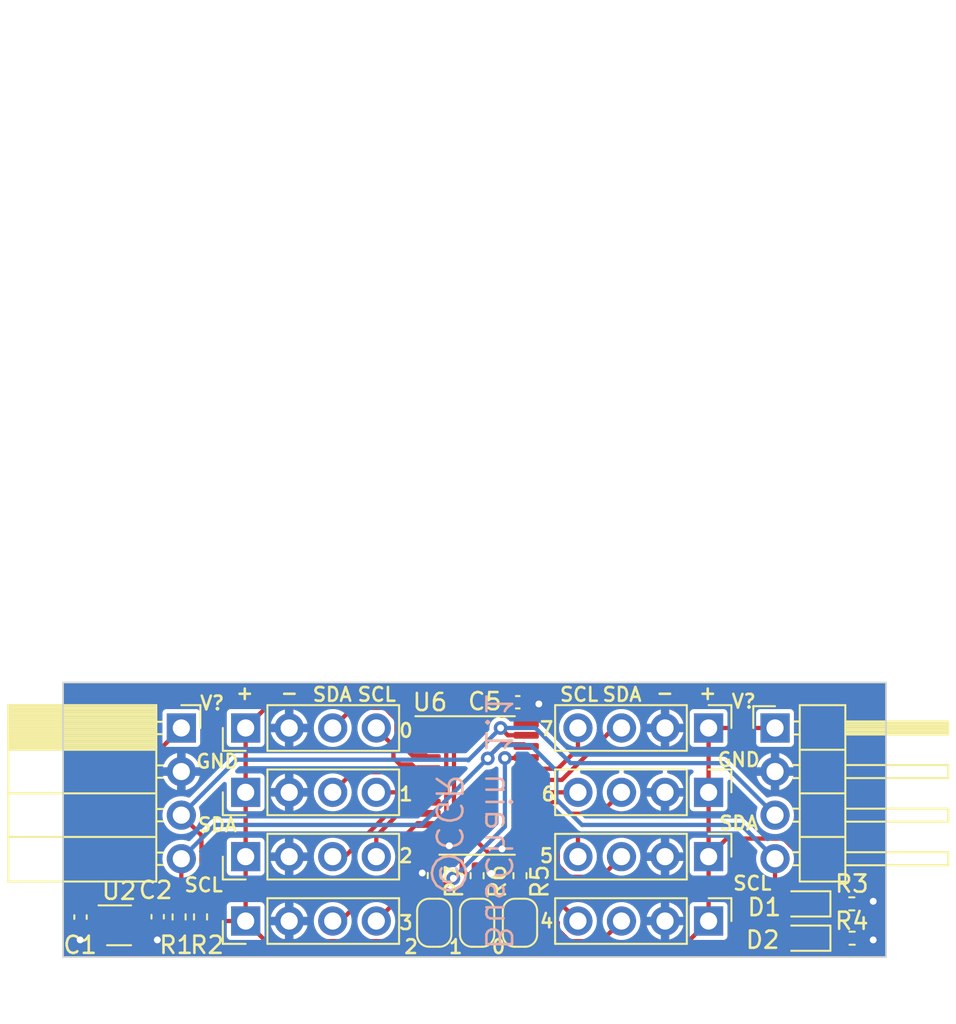
<source format=kicad_pcb>
(kicad_pcb (version 20221018) (generator pcbnew)
  (layers (0 "F.Cu" signal) (31 "B.Cu" signal) (34 "B.Paste" user) (35 "F.Paste" user) (36 "B.SilkS" user "B.Silkscreen") (37 "F.SilkS" user "F.Silkscreen") (38 "B.Mask" user) (39 "F.Mask" user) (44 "Edge.Cuts" user))
  (net 0 "")
  (net 1 "GND")
  (net 2 "/SC0")
  (net 3 "/SD0")
  (net 4 "/SC1")
  (net 5 "/SD1")
  (net 6 "/SC2")
  (net 7 "/SD2")
  (net 8 "/SC3")
  (net 9 "/SD3")
  (net 10 "/SC4")
  (net 11 "/SD4")
  (net 12 "/SC5")
  (net 13 "/SD5")
  (net 14 "/SC6")
  (net 15 "/SD6")
  (net 16 "/SC7")
  (net 17 "/SD7")
  (net 18 "Net-(JP1-B)")
  (net 19 "Net-(JP2-B)")
  (net 20 "Net-(JP3-B)")
  (net 21 "/V?")
  (net 23 "/VCC")
  (net 24 "/SCL")
  (net 25 "/SDA")
  (net 26 "Net-(D1-K)")
  (net 27 "Net-(D2-K)")
  (footprint "Connector_PinHeader_2.54mm:PinHeader_1x04_P2.54mm_Vertical" (layer "F.Cu") (at 57.65 29.65 -90)
    (fp_text reference "J7" hide)
    (fp_text value "Conn_01x04")
    (pad "1" thru_hole rect (at 0 0 270) (size 1.7 1.7) (drill 1) (layers "*.Cu" "*.Mask") (net 23 "/VCC"))
    (pad "2" thru_hole oval (at 0 2.54 270) (size 1.7 1.7) (drill 1) (layers "*.Cu" "*.Mask") (net 1 "GND"))
    (pad "3" thru_hole oval (at 0 5.08 270) (size 1.7 1.7) (drill 1) (layers "*.Cu" "*.Mask") (net 13 "/SD5"))
    (pad "4" thru_hole oval (at 0 7.62 270) (size 1.7 1.7) (drill 1) (layers "*.Cu" "*.Mask") (net 12 "/SC5"))
  )
  (footprint "Jumper:SolderJumper-2_P1.3mm_Open_RoundedPad1.0x1.5mm" (layer "F.Cu") (at 41.65 33.5 90)
    (fp_text reference "JP1" hide)
    (fp_text value "Jumper_2_Open")
    (pad "1" smd custom (at -0.65 0 90) (size 1 0.5) (layers "F.Cu" "F.Mask") (net 23 "/VCC") (options (clearance outline) (anchor rect)) (primitives (gr_circle (center 0 0.25) (end 0.5 0.25) (width 0) (fill yes)) (gr_circle (center 0 -0.25) (end 0.5 -0.25) (width 0) (fill yes)) (gr_poly (pts (xy 0.5 0.75) (xy 0 0.75) (xy 0 -0.75) (xy 0.5 -0.75)) (width 0) (fill yes))))
    (pad "2" smd custom (at 0.65 0 90) (size 1 0.5) (layers "F.Cu" "F.Mask") (net 18 "Net-(JP1-B)") (options (clearance outline) (anchor rect)) (primitives (gr_circle (center 0 0.25) (end 0.5 0.25) (width 0) (fill yes)) (gr_circle (center 0 -0.25) (end 0.5 -0.25) (width 0) (fill yes)) (gr_poly (pts (xy 0 0.75) (xy -0.5 0.75) (xy -0.5 -0.75) (xy 0 -0.75)) (width 0) (fill yes))))
  )
  (footprint "Connector_PinHeader_2.54mm:PinHeader_1x04_P2.54mm_Vertical" (layer "F.Cu") (at 30.65 29.65 90)
    (fp_text reference "J4" hide)
    (fp_text value "Conn_01x04")
    (pad "1" thru_hole rect (at 0 0 90) (size 1.7 1.7) (drill 1) (layers "*.Cu" "*.Mask") (net 23 "/VCC"))
    (pad "2" thru_hole oval (at 0 2.54 90) (size 1.7 1.7) (drill 1) (layers "*.Cu" "*.Mask") (net 1 "GND"))
    (pad "3" thru_hole oval (at 0 5.08 90) (size 1.7 1.7) (drill 1) (layers "*.Cu" "*.Mask") (net 7 "/SD2"))
    (pad "4" thru_hole oval (at 0 7.62 90) (size 1.7 1.7) (drill 1) (layers "*.Cu" "*.Mask") (net 6 "/SC2"))
  )
  (footprint "Connector_PinHeader_2.54mm:PinHeader_1x04_P2.54mm_Vertical" (layer "F.Cu") (at 30.65 33.4 90)
    (fp_text reference "J5" hide)
    (fp_text value "Conn_01x04")
    (pad "1" thru_hole rect (at 0 0 90) (size 1.7 1.7) (drill 1) (layers "*.Cu" "*.Mask") (net 23 "/VCC"))
    (pad "2" thru_hole oval (at 0 2.54 90) (size 1.7 1.7) (drill 1) (layers "*.Cu" "*.Mask") (net 1 "GND"))
    (pad "3" thru_hole oval (at 0 5.08 90) (size 1.7 1.7) (drill 1) (layers "*.Cu" "*.Mask") (net 9 "/SD3"))
    (pad "4" thru_hole oval (at 0 7.62 90) (size 1.7 1.7) (drill 1) (layers "*.Cu" "*.Mask") (net 8 "/SC3"))
  )
  (footprint "Resistor_SMD:R_0402_1005Metric" (layer "F.Cu") (at 28.02 33.16 90)
    (fp_text reference "R2" (at -1.64 0.38 180) (layer "F.SilkS"))
    (fp_text value "1.2K")
    (pad "1" smd roundrect (at -0.51 0 90) (size 0.54 0.64) (layers "F.Cu" "F.Paste" "F.Mask") (net 23 "/VCC"))
    (pad "2" smd roundrect (at 0.51 0 90) (size 0.54 0.64) (layers "F.Cu" "F.Paste" "F.Mask") (net 25 "/SDA"))
  )
  (footprint "Resistor_SMD:R_0402_1005Metric" (layer "F.Cu") (at 66.0025 32.4)
    (fp_text reference "R3" (at 0 -1.17) (layer "F.SilkS"))
    (fp_text value "500")
    (pad "1" smd roundrect (at -0.51 0) (size 0.54 0.64) (layers "F.Cu" "F.Paste" "F.Mask") (net 26 "Net-(D1-K)"))
    (pad "2" smd roundrect (at 0.51 0) (size 0.54 0.64) (layers "F.Cu" "F.Paste" "F.Mask") (net 1 "GND"))
  )
  (footprint "Connector_PinHeader_2.54mm:PinHeader_1x04_P2.54mm_Vertical" (layer "F.Cu") (at 57.65 25.9 -90)
    (fp_text reference "J8" hide)
    (fp_text value "Conn_01x04")
    (pad "1" thru_hole rect (at 0 0 270) (size 1.7 1.7) (drill 1) (layers "*.Cu" "*.Mask") (net 23 "/VCC"))
    (pad "2" thru_hole oval (at 0 2.54 270) (size 1.7 1.7) (drill 1) (layers "*.Cu" "*.Mask") (net 1 "GND"))
    (pad "3" thru_hole oval (at 0 5.08 270) (size 1.7 1.7) (drill 1) (layers "*.Cu" "*.Mask") (net 15 "/SD6"))
    (pad "4" thru_hole oval (at 0 7.62 270) (size 1.7 1.7) (drill 1) (layers "*.Cu" "*.Mask") (net 14 "/SC6"))
  )
  (footprint "Package_TO_SOT_SMD:SOT-353_SC-70-5" (layer "F.Cu") (at 23.27 33.65)
    (fp_text reference "U2" (at 0 -2) (layer "F.SilkS"))
    (fp_text value "MIC5365-3.3YC5")
    (pad "1" smd rect (at -0.95 -0.65) (size 0.65 0.4) (layers "F.Cu" "F.Paste" "F.Mask") (net 21 "/V?"))
    (pad "2" smd rect (at -0.95 0) (size 0.65 0.4) (layers "F.Cu" "F.Paste" "F.Mask") (net 1 "GND"))
    (pad "3" smd rect (at -0.95 0.65) (size 0.65 0.4) (layers "F.Cu" "F.Paste" "F.Mask") (net 21 "/V?"))
    (pad "4" smd rect (at 0.95 0.65) (size 0.65 0.4) (layers "F.Cu" "F.Paste" "F.Mask"))
    (pad "5" smd rect (at 0.95 -0.65) (size 0.65 0.4) (layers "F.Cu" "F.Paste" "F.Mask") (net 23 "/VCC"))
  )
  (footprint "Capacitor_SMD:C_0402_1005Metric" (layer "F.Cu") (at 46.52 20.65 180)
    (fp_text reference "C5" (at 1.92 0.05) (layer "F.SilkS"))
    (fp_text value "0.1u")
    (pad "1" smd roundrect (at -0.48 0 180) (size 0.56 0.62) (layers "F.Cu" "F.Paste" "F.Mask") (net 1 "GND"))
    (pad "2" smd roundrect (at 0.48 0 180) (size 0.56 0.62) (layers "F.Cu" "F.Paste" "F.Mask") (net 23 "/VCC"))
  )
  (footprint "Resistor_SMD:R_0402_1005Metric" (layer "F.Cu") (at 46.65 30.76 -90)
    (fp_text reference "R5" (at 0.34 -1.15 90) (layer "F.SilkS"))
    (fp_text value "10K")
    (pad "1" smd roundrect (at -0.51 0 270) (size 0.54 0.64) (layers "F.Cu" "F.Paste" "F.Mask") (net 1 "GND"))
    (pad "2" smd roundrect (at 0.51 0 270) (size 0.54 0.64) (layers "F.Cu" "F.Paste" "F.Mask") (net 20 "Net-(JP3-B)"))
  )
  (footprint "Connector_PinHeader_2.54mm:PinHeader_1x04_P2.54mm_Vertical" (layer "F.Cu") (at 30.65 22.15 90)
    (fp_text reference "J2" hide)
    (fp_text value "Conn_01x04")
    (pad "1" thru_hole rect (at 0 0 90) (size 1.7 1.7) (drill 1) (layers "*.Cu" "*.Mask") (net 23 "/VCC"))
    (pad "2" thru_hole oval (at 0 2.54 90) (size 1.7 1.7) (drill 1) (layers "*.Cu" "*.Mask") (net 1 "GND"))
    (pad "3" thru_hole oval (at 0 5.08 90) (size 1.7 1.7) (drill 1) (layers "*.Cu" "*.Mask") (net 3 "/SD0"))
    (pad "4" thru_hole oval (at 0 7.62 90) (size 1.7 1.7) (drill 1) (layers "*.Cu" "*.Mask") (net 2 "/SC0"))
  )
  (footprint "Capacitor_SMD:C_0402_1005Metric" (layer "F.Cu") (at 21.02 33.17 -90)
    (fp_text reference "C1" (at 1.63 0.02 -180) (layer "F.SilkS"))
    (fp_text value "0.1u")
    (pad "1" smd roundrect (at -0.48 0 270) (size 0.56 0.62) (layers "F.Cu" "F.Paste" "F.Mask") (net 21 "/V?"))
    (pad "2" smd roundrect (at 0.48 0 270) (size 0.56 0.62) (layers "F.Cu" "F.Paste" "F.Mask") (net 1 "GND"))
  )
  (footprint "Resistor_SMD:R_0402_1005Metric" (layer "F.Cu") (at 66.02 34.4)
    (fp_text reference "R4" (at -0.02 -1) (layer "F.SilkS"))
    (fp_text value "500")
    (pad "1" smd roundrect (at -0.51 0) (size 0.54 0.64) (layers "F.Cu" "F.Paste" "F.Mask") (net 27 "Net-(D2-K)"))
    (pad "2" smd roundrect (at 0.51 0) (size 0.54 0.64) (layers "F.Cu" "F.Paste" "F.Mask") (net 1 "GND"))
  )
  (footprint "Jumper:SolderJumper-2_P1.3mm_Open_RoundedPad1.0x1.5mm" (layer "F.Cu") (at 46.65 33.5 90)
    (fp_text reference "JP3" hide)
    (fp_text value "Jumper_2_Open")
    (pad "1" smd custom (at -0.65 0 90) (size 1 0.5) (layers "F.Cu" "F.Mask") (net 23 "/VCC") (options (clearance outline) (anchor rect)) (primitives (gr_circle (center 0 0.25) (end 0.5 0.25) (width 0) (fill yes)) (gr_circle (center 0 -0.25) (end 0.5 -0.25) (width 0) (fill yes)) (gr_poly (pts (xy 0.5 0.75) (xy 0 0.75) (xy 0 -0.75) (xy 0.5 -0.75)) (width 0) (fill yes))))
    (pad "2" smd custom (at 0.65 0 90) (size 1 0.5) (layers "F.Cu" "F.Mask") (net 20 "Net-(JP3-B)") (options (clearance outline) (anchor rect)) (primitives (gr_circle (center 0 0.25) (end 0.5 0.25) (width 0) (fill yes)) (gr_circle (center 0 -0.25) (end 0.5 -0.25) (width 0) (fill yes)) (gr_poly (pts (xy 0 0.75) (xy -0.5 0.75) (xy -0.5 -0.75) (xy 0 -0.75)) (width 0) (fill yes))))
  )
  (footprint "Resistor_SMD:R_0402_1005Metric" (layer "F.Cu") (at 44.15 30.76 -90)
    (fp_text reference "R6" (at 0.34 -1.17 90) (layer "F.SilkS"))
    (fp_text value "10K")
    (pad "1" smd roundrect (at -0.51 0 270) (size 0.54 0.64) (layers "F.Cu" "F.Paste" "F.Mask") (net 1 "GND"))
    (pad "2" smd roundrect (at 0.51 0 270) (size 0.54 0.64) (layers "F.Cu" "F.Paste" "F.Mask") (net 19 "Net-(JP2-B)"))
  )
  (footprint "Connector_PinSocket_2.54mm:PinSocket_1x04_P2.54mm_Horizontal" (layer "F.Cu") (at 26.9 22.15)
    (fp_text reference "J1" hide)
    (fp_text value "Conn_01x04")
    (pad "1" thru_hole rect (at 0 0) (size 1.7 1.7) (drill 1) (layers "*.Cu" "*.Mask") (net 21 "/V?"))
    (pad "2" thru_hole oval (at 0 2.54) (size 1.7 1.7) (drill 1) (layers "*.Cu" "*.Mask") (net 1 "GND"))
    (pad "3" thru_hole oval (at 0 5.08) (size 1.7 1.7) (drill 1) (layers "*.Cu" "*.Mask") (net 25 "/SDA"))
    (pad "4" thru_hole oval (at 0 7.62) (size 1.7 1.7) (drill 1) (layers "*.Cu" "*.Mask") (net 24 "/SCL"))
  )
  (footprint "Capacitor_SMD:C_0402_1005Metric" (layer "F.Cu") (at 25.52 33.15 -90)
    (fp_text reference "C2" (at -1.55 0.12 -180) (layer "F.SilkS"))
    (fp_text value "0.1u")
    (pad "1" smd roundrect (at -0.48 0 270) (size 0.56 0.62) (layers "F.Cu" "F.Paste" "F.Mask") (net 23 "/VCC"))
    (pad "2" smd roundrect (at 0.48 0 270) (size 0.56 0.62) (layers "F.Cu" "F.Paste" "F.Mask") (net 1 "GND"))
  )
  (footprint "Connector_PinHeader_2.54mm:PinHeader_1x04_P2.54mm_Vertical" (layer "F.Cu") (at 57.65 22.15 -90)
    (fp_text reference "J9" hide)
    (fp_text value "Conn_01x04")
    (pad "1" thru_hole rect (at 0 0 270) (size 1.7 1.7) (drill 1) (layers "*.Cu" "*.Mask") (net 23 "/VCC"))
    (pad "2" thru_hole oval (at 0 2.54 270) (size 1.7 1.7) (drill 1) (layers "*.Cu" "*.Mask") (net 1 "GND"))
    (pad "3" thru_hole oval (at 0 5.08 270) (size 1.7 1.7) (drill 1) (layers "*.Cu" "*.Mask") (net 17 "/SD7"))
    (pad "4" thru_hole oval (at 0 7.62 270) (size 1.7 1.7) (drill 1) (layers "*.Cu" "*.Mask") (net 16 "/SC7"))
  )
  (footprint "Resistor_SMD:R_0402_1005Metric" (layer "F.Cu") (at 26.77 33.16 90)
    (fp_text reference "R1" (at -1.64 -0.17 180) (layer "F.SilkS"))
    (fp_text value "1.2K")
    (pad "1" smd roundrect (at -0.51 0 90) (size 0.54 0.64) (layers "F.Cu" "F.Paste" "F.Mask") (net 23 "/VCC"))
    (pad "2" smd roundrect (at 0.51 0 90) (size 0.54 0.64) (layers "F.Cu" "F.Paste" "F.Mask") (net 24 "/SCL"))
  )
  (footprint "LED_SMD:LED_0603_1608Metric" (layer "F.Cu") (at 63.27 34.4 180)
    (fp_text reference "D2" (at 2.47 -0.1) (layer "F.SilkS"))
    (fp_text value "LED")
    (pad "1" smd roundrect (at -0.7875 0 180) (size 0.875 0.95) (layers "F.Cu" "F.Paste" "F.Mask") (net 27 "Net-(D2-K)"))
    (pad "2" smd roundrect (at 0.7875 0 180) (size 0.875 0.95) (layers "F.Cu" "F.Paste" "F.Mask") (net 24 "/SCL"))
  )
  (footprint "Connector_PinHeader_2.54mm:PinHeader_1x04_P2.54mm_Vertical" (layer "F.Cu") (at 57.65 33.4 -90)
    (fp_text reference "J6" hide)
    (fp_text value "Conn_01x04")
    (pad "1" thru_hole rect (at 0 0 270) (size 1.7 1.7) (drill 1) (layers "*.Cu" "*.Mask") (net 23 "/VCC"))
    (pad "2" thru_hole oval (at 0 2.54 270) (size 1.7 1.7) (drill 1) (layers "*.Cu" "*.Mask") (net 1 "GND"))
    (pad "3" thru_hole oval (at 0 5.08 270) (size 1.7 1.7) (drill 1) (layers "*.Cu" "*.Mask") (net 11 "/SD4"))
    (pad "4" thru_hole oval (at 0 7.62 270) (size 1.7 1.7) (drill 1) (layers "*.Cu" "*.Mask") (net 10 "/SC4"))
  )
  (footprint "Resistor_SMD:R_0402_1005Metric" (layer "F.Cu") (at 41.65 30.75 -90)
    (fp_text reference "R7" (at 0.35 -1.17 90) (layer "F.SilkS"))
    (fp_text value "10K")
    (pad "1" smd roundrect (at -0.51 0 270) (size 0.54 0.64) (layers "F.Cu" "F.Paste" "F.Mask") (net 1 "GND"))
    (pad "2" smd roundrect (at 0.51 0 270) (size 0.54 0.64) (layers "F.Cu" "F.Paste" "F.Mask") (net 18 "Net-(JP1-B)"))
  )
  (footprint "Connector_PinHeader_2.54mm:PinHeader_1x04_P2.54mm_Horizontal" (layer "F.Cu") (at 61.525 22.15)
    (fp_text reference "J10" hide)
    (fp_text value "Conn_01x04")
    (pad "1" thru_hole rect (at 0 0) (size 1.7 1.7) (drill 1) (layers "*.Cu" "*.Mask") (net 23 "/VCC"))
    (pad "2" thru_hole oval (at 0 2.54) (size 1.7 1.7) (drill 1) (layers "*.Cu" "*.Mask") (net 1 "GND"))
    (pad "3" thru_hole oval (at 0 5.08) (size 1.7 1.7) (drill 1) (layers "*.Cu" "*.Mask") (net 25 "/SDA"))
    (pad "4" thru_hole oval (at 0 7.62) (size 1.7 1.7) (drill 1) (layers "*.Cu" "*.Mask") (net 24 "/SCL"))
  )
  (footprint "LED_SMD:LED_0603_1608Metric" (layer "F.Cu") (at 63.27 32.4 180)
    (fp_text reference "D1" (at 2.37 -0.2) (layer "F.SilkS"))
    (fp_text value "LED")
    (pad "1" smd roundrect (at -0.7875 0 180) (size 0.875 0.95) (layers "F.Cu" "F.Paste" "F.Mask") (net 26 "Net-(D1-K)"))
    (pad "2" smd roundrect (at 0.7875 0 180) (size 0.875 0.95) (layers "F.Cu" "F.Paste" "F.Mask") (net 23 "/VCC"))
  )
  (footprint "Jumper:SolderJumper-2_P1.3mm_Open_RoundedPad1.0x1.5mm" (layer "F.Cu") (at 44.15 33.5 90)
    (fp_text reference "JP2" hide)
    (fp_text value "Jumper_2_Open")
    (pad "1" smd custom (at -0.65 0 90) (size 1 0.5) (layers "F.Cu" "F.Mask") (net 23 "/VCC") (options (clearance outline) (anchor rect)) (primitives (gr_circle (center 0 0.25) (end 0.5 0.25) (width 0) (fill yes)) (gr_circle (center 0 -0.25) (end 0.5 -0.25) (width 0) (fill yes)) (gr_poly (pts (xy 0.5 0.75) (xy 0 0.75) (xy 0 -0.75) (xy 0.5 -0.75)) (width 0) (fill yes))))
    (pad "2" smd custom (at 0.65 0 90) (size 1 0.5) (layers "F.Cu" "F.Mask") (net 19 "Net-(JP2-B)") (options (clearance outline) (anchor rect)) (primitives (gr_circle (center 0 0.25) (end 0.5 0.25) (width 0) (fill yes)) (gr_circle (center 0 -0.25) (end 0.5 -0.25) (width 0) (fill yes)) (gr_poly (pts (xy 0 0.75) (xy -0.5 0.75) (xy -0.5 -0.75) (xy 0 -0.75)) (width 0) (fill yes))))
  )
  (footprint "Package_SO:TSSOP-24_4.4x7.8mm_P0.65mm" (layer "F.Cu") (at 44.15 25.5)
    (fp_text reference "U6" (at -2.75 -4.85) (layer "F.SilkS"))
    (fp_text value "TCA9548BPWR")
    (pad "1" smd roundrect (at -2.8625 -3.575) (size 1.475 0.4) (layers "F.Cu" "F.Paste" "F.Mask") (net 20 "Net-(JP3-B)"))
    (pad "2" smd roundrect (at -2.8625 -2.925) (size 1.475 0.4) (layers "F.Cu" "F.Paste" "F.Mask") (net 19 "Net-(JP2-B)"))
    (pad "3" smd roundrect (at -2.8625 -2.275) (size 1.475 0.4) (layers "F.Cu" "F.Paste" "F.Mask") (net 23 "/VCC"))
    (pad "4" smd roundrect (at -2.8625 -1.625) (size 1.475 0.4) (layers "F.Cu" "F.Paste" "F.Mask") (net 3 "/SD0"))
    (pad "5" smd roundrect (at -2.8625 -0.975) (size 1.475 0.4) (layers "F.Cu" "F.Paste" "F.Mask") (net 2 "/SC0"))
    (pad "6" smd roundrect (at -2.8625 -0.325) (size 1.475 0.4) (layers "F.Cu" "F.Paste" "F.Mask") (net 5 "/SD1"))
    (pad "7" smd roundrect (at -2.8625 0.325) (size 1.475 0.4) (layers "F.Cu" "F.Paste" "F.Mask") (net 4 "/SC1"))
    (pad "8" smd roundrect (at -2.8625 0.975) (size 1.475 0.4) (layers "F.Cu" "F.Paste" "F.Mask") (net 7 "/SD2"))
    (pad "9" smd roundrect (at -2.8625 1.625) (size 1.475 0.4) (layers "F.Cu" "F.Paste" "F.Mask") (net 6 "/SC2"))
    (pad "10" smd roundrect (at -2.8625 2.275) (size 1.475 0.4) (layers "F.Cu" "F.Paste" "F.Mask") (net 9 "/SD3"))
    (pad "11" smd roundrect (at -2.8625 2.925) (size 1.475 0.4) (layers "F.Cu" "F.Paste" "F.Mask") (net 8 "/SC3"))
    (pad "12" smd roundrect (at -2.8625 3.575) (size 1.475 0.4) (layers "F.Cu" "F.Paste" "F.Mask") (net 1 "GND"))
    (pad "13" smd roundrect (at 2.8625 3.575) (size 1.475 0.4) (layers "F.Cu" "F.Paste" "F.Mask") (net 11 "/SD4"))
    (pad "14" smd roundrect (at 2.8625 2.925) (size 1.475 0.4) (layers "F.Cu" "F.Paste" "F.Mask") (net 10 "/SC4"))
    (pad "15" smd roundrect (at 2.8625 2.275) (size 1.475 0.4) (layers "F.Cu" "F.Paste" "F.Mask") (net 13 "/SD5"))
    (pad "16" smd roundrect (at 2.8625 1.625) (size 1.475 0.4) (layers "F.Cu" "F.Paste" "F.Mask") (net 12 "/SC5"))
    (pad "17" smd roundrect (at 2.8625 0.975) (size 1.475 0.4) (layers "F.Cu" "F.Paste" "F.Mask") (net 15 "/SD6"))
    (pad "18" smd roundrect (at 2.8625 0.325) (size 1.475 0.4) (layers "F.Cu" "F.Paste" "F.Mask") (net 14 "/SC6"))
    (pad "19" smd roundrect (at 2.8625 -0.325) (size 1.475 0.4) (layers "F.Cu" "F.Paste" "F.Mask") (net 17 "/SD7"))
    (pad "20" smd roundrect (at 2.8625 -0.975) (size 1.475 0.4) (layers "F.Cu" "F.Paste" "F.Mask") (net 16 "/SC7"))
    (pad "21" smd roundrect (at 2.8625 -1.625) (size 1.475 0.4) (layers "F.Cu" "F.Paste" "F.Mask") (net 18 "Net-(JP1-B)"))
    (pad "22" smd roundrect (at 2.8625 -2.275) (size 1.475 0.4) (layers "F.Cu" "F.Paste" "F.Mask") (net 24 "/SCL"))
    (pad "23" smd roundrect (at 2.8625 -2.925) (size 1.475 0.4) (layers "F.Cu" "F.Paste" "F.Mask") (net 25 "/SDA"))
    (pad "24" smd roundrect (at 2.8625 -3.575) (size 1.475 0.4) (layers "F.Cu" "F.Paste" "F.Mask") (net 23 "/VCC"))
  )
  (footprint "Connector_PinHeader_2.54mm:PinHeader_1x04_P2.54mm_Vertical" (layer "F.Cu") (at 30.65 25.9 90)
    (fp_text reference "J3" hide)
    (fp_text value "Conn_01x04")
    (pad "1" thru_hole rect (at 0 0 90) (size 1.7 1.7) (drill 1) (layers "*.Cu" "*.Mask") (net 23 "/VCC"))
    (pad "2" thru_hole oval (at 0 2.54 90) (size 1.7 1.7) (drill 1) (layers "*.Cu" "*.Mask") (net 1 "GND"))
    (pad "3" thru_hole oval (at 0 5.08 90) (size 1.7 1.7) (drill 1) (layers "*.Cu" "*.Mask") (net 5 "/SD1"))
    (pad "4" thru_hole oval (at 0 7.62 90) (size 1.7 1.7) (drill 1) (layers "*.Cu" "*.Mask") (net 4 "/SC1"))
  )
  (gr_rect (start 20 19.5) (end 68 35.5) (stroke (width 0.1)) (fill none) (layer "Edge.Cuts"))
  (gr_text "©CGR" (at 41.6 32 -90) (layer "B.SilkS") (effects (font (size 1.5 1.5)) (justify left bottom mirror)))
  (gr_text "BusChain 1.1" (at 44.5 35.2 -90) (layer "B.SilkS") (effects (font (size 1.5 1.5)) (justify left bottom mirror)))
  (gr_text "2" (at 40 29.6) (layer "F.SilkS") (effects (font (size 0.8 0.8))))
  (gr_text "-" (at 33.2 20.1) (layer "F.SilkS") (effects (font (size 0.8 0.8))))
  (gr_text "SCL" (at 50.1 20.2) (layer "F.SilkS") (effects (font (size 0.8 0.8))))
  (gr_text "SCL" (at 28.2 31.3) (layer "F.SilkS") (effects (font (size 0.8 0.8))))
  (gr_text "3" (at 40 33.5) (layer "F.SilkS") (effects (font (size 0.8 0.8))))
  (gr_text "4" (at 48.2 33.4) (layer "F.SilkS") (effects (font (size 0.8 0.8))))
  (gr_text "GND" (at 29 24.1) (layer "F.SilkS") (effects (font (size 0.8 0.8))))
  (gr_text "5" (at 48.2 29.6) (layer "F.SilkS") (effects (font (size 0.8 0.8))))
  (gr_text "V?" (at 28.7 20.7) (layer "F.SilkS") (effects (font (size 0.8 0.8))))
  (gr_text "V?" (at 59.7 20.6) (layer "F.SilkS") (effects (font (size 0.8 0.8))))
  (gr_text "GND" (at 59.4 24) (layer "F.SilkS") (effects (font (size 0.8 0.8))))
  (gr_text "SCL" (at 38.3 20.2) (layer "F.SilkS") (effects (font (size 0.8 0.8))))
  (gr_text "SDA" (at 52.6 20.2) (layer "F.SilkS") (effects (font (size 0.8 0.8))))
  (gr_text "1" (at 40 26) (layer "F.SilkS") (effects (font (size 0.8 0.8))))
  (gr_text "0" (at 40 22.3) (layer "F.SilkS") (effects (font (size 0.8 0.8))))
  (gr_text "SDA" (at 29 27.8) (layer "F.SilkS") (effects (font (size 0.8 0.8))))
  (gr_text "2" (at 40.3 34.9) (layer "F.SilkS") (effects (font (size 0.8 0.8))))
  (gr_text "1" (at 42.9 34.9) (layer "F.SilkS") (effects (font (size 0.8 0.8))))
  (gr_text "SCL" (at 60.2 31.2) (layer "F.SilkS") (effects (font (size 0.8 0.8))))
  (gr_text "SDA" (at 59.4 27.7) (layer "F.SilkS") (effects (font (size 0.8 0.8))))
  (gr_text "6" (at 48.3 26) (layer "F.SilkS") (effects (font (size 0.8 0.8))))
  (gr_text "SDA" (at 35.7 20.2) (layer "F.SilkS") (effects (font (size 0.8 0.8))))
  (gr_text "0" (at 45.4 34.9) (layer "F.SilkS") (effects (font (size 0.8 0.8))))
  (gr_text "+" (at 57.6 20.1) (layer "F.SilkS") (effects (font (size 0.8 0.8))))
  (gr_text "+" (at 30.6 20.1) (layer "F.SilkS") (effects (font (size 0.8 0.8))))
  (gr_text "-" (at 55.1 20.1) (layer "F.SilkS") (effects (font (size 0.8 0.8))))
  (gr_text "7" (at 48.2 22.2) (layer "F.SilkS") (effects (font (size 0.8 0.8))))
  (segment (start 25.52 33.63) (end 25.52 34.48) (width 0.25) (layer "F.Cu") (net 1))
  (segment (start 46.65 30.2454) (end 45.6023 29.1977) (width 0.25) (layer "F.Cu") (net 1))
  (segment (start 66.5125 32.4) (end 67.1 32.4) (width 0.25) (layer "F.Cu") (net 1))
  (segment (start 46.65 30.25) (end 46.65 30.2454) (width 0.25) (layer "F.Cu") (net 1))
  (segment (start 41.2875 29.075) (end 42.465997 29.075) (width 0.25) (layer "F.Cu") (net 1))
  (segment (start 47 20.65) (end 47.65 20.65) (width 0.25) (layer "F.Cu") (net 1))
  (segment (start 41.65 30.24) (end 41.311288 30.24) (width 0.25) (layer "F.Cu") (net 1))
  (segment (start 25.52 34.48) (end 25.5 34.5) (width 0.25) (layer "F.Cu") (net 1))
  (segment (start 66.53 34.4) (end 67.15 34.4) (width 0.25) (layer "F.Cu") (net 1))
  (segment (start 67.15 34.4) (end 67.25 34.5) (width 0.25) (layer "F.Cu") (net 1))
  (segment (start 47.65 20.65) (end 47.75 20.75) (width 0.25) (layer "F.Cu") (net 1))
  (segment (start 42.465997 29.075) (end 42.5255 29.015497) (width 0.25) (layer "F.Cu") (net 1))
  (segment (start 21.02 34.48) (end 21 34.5) (width 0.25) (layer "F.Cu") (net 1))
  (segment (start 44.15 30.25) (end 44.605402 30.25) (width 0.25) (layer "F.Cu") (net 1))
  (segment (start 44.605402 30.25) (end 44.977701 30.622299) (width 0.25) (layer "F.Cu") (net 1))
  (segment (start 22.32 33.65) (end 21.02 33.65) (width 0.25) (layer "F.Cu") (net 1))
  (segment (start 41.311288 30.24) (end 40.9495 30.601788) (width 0.25) (layer "F.Cu") (net 1))
  (segment (start 21.02 33.65) (end 21.02 34.48) (width 0.25) (layer "F.Cu") (net 1))
  (segment (start 67.1 32.4) (end 67.25 32.25) (width 0.25) (layer "F.Cu") (net 1))
  (via (at 45.6023 29.1977) (size 0.8) (drill 0.4) (layers "F.Cu" "B.Cu") (net 1))
  (via (at 47.75 20.75) (size 0.8) (drill 0.4) (layers "F.Cu" "B.Cu") (net 1))
  (via (at 44.977701 30.622299) (size 0.8) (drill 0.4) (layers "F.Cu" "B.Cu") (net 1))
  (via (at 21 34.5) (size 0.8) (drill 0.4) (layers "F.Cu" "B.Cu") (net 1))
  (via (at 67.25 32.25) (size 0.8) (drill 0.4) (layers "F.Cu" "B.Cu") (net 1))
  (via (at 40.9495 30.601788) (size 0.8) (drill 0.4) (layers "F.Cu" "B.Cu") (net 1))
  (via (at 25.5 34.5) (size 0.8) (drill 0.4) (layers "F.Cu" "B.Cu") (net 1))
  (via (at 67.25 34.5) (size 0.8) (drill 0.4) (layers "F.Cu" "B.Cu") (net 1))
  (via (at 42.5255 29.015497) (size 0.8) (drill 0.4) (layers "F.Cu" "B.Cu") (net 1))
  (segment (start 40.335355 24.275) (end 40.585355 24.525) (width 0.25) (layer "F.Cu") (net 2))
  (segment (start 38.27 22.196041) (end 39.27 23.196041) (width 0.25) (layer "F.Cu") (net 2))
  (segment (start 39.645 24.275) (end 40.335355 24.275) (width 0.25) (layer "F.Cu") (net 2))
  (segment (start 38.27 22.15) (end 38.27 22.196041) (width 0.25) (layer "F.Cu") (net 2))
  (segment (start 39.27 23.9) (end 39.645 24.275) (width 0.25) (layer "F.Cu") (net 2))
  (segment (start 39.27 23.196041) (end 39.27 23.9) (width 0.25) (layer "F.Cu") (net 2))
  (segment (start 40.585355 24.525) (end 41.2875 24.525) (width 0.25) (layer "F.Cu") (net 2))
  (segment (start 38.756701 20.975) (end 39.445 21.663299) (width 0.25) (layer "F.Cu") (net 3))
  (segment (start 39.72 23.1) (end 40.37 23.75) (width 0.25) (layer "F.Cu") (net 3))
  (segment (start 36.905 20.975) (end 38.756701 20.975) (width 0.25) (layer "F.Cu") (net 3))
  (segment (start 35.73 22.15) (end 36.905 20.975) (width 0.25) (layer "F.Cu") (net 3))
  (segment (start 40.37 23.75) (end 41.1625 23.75) (width 0.25) (layer "F.Cu") (net 3))
  (segment (start 39.72 22.85) (end 39.72 23.1) (width 0.25) (layer "F.Cu") (net 3))
  (segment (start 39.445 21.663299) (end 39.445 22.575) (width 0.25) (layer "F.Cu") (net 3))
  (segment (start 39.445 22.575) (end 39.72 22.85) (width 0.25) (layer "F.Cu") (net 3))
  (segment (start 41.1625 23.75) (end 41.2875 23.875) (width 0.25) (layer "F.Cu") (net 3))
  (segment (start 41.2125 25.9) (end 41.2875 25.825) (width 0.25) (layer "F.Cu") (net 4))
  (segment (start 38.27 25.9) (end 41.2125 25.9) (width 0.25) (layer "F.Cu") (net 4))
  (segment (start 40.598959 25.175) (end 41.2875 25.175) (width 0.25) (layer "F.Cu") (net 5))
  (segment (start 36.905 24.725) (end 40.148959 24.725) (width 0.25) (layer "F.Cu") (net 5))
  (segment (start 40.148959 24.725) (end 40.598959 25.175) (width 0.25) (layer "F.Cu") (net 5))
  (segment (start 35.73 25.9) (end 36.905 24.725) (width 0.25) (layer "F.Cu") (net 5))
  (segment (start 38.27 28.447919) (end 39.592919 27.125) (width 0.25) (layer "F.Cu") (net 6))
  (segment (start 38.27 29.65) (end 38.27 28.447919) (width 0.25) (layer "F.Cu") (net 6))
  (segment (start 39.592919 27.125) (end 41.2875 27.125) (width 0.25) (layer "F.Cu") (net 6))
  (segment (start 39.606523 26.475) (end 41.2875 26.475) (width 0.25) (layer "F.Cu") (net 7))
  (segment (start 36.431523 29.65) (end 39.606523 26.475) (width 0.25) (layer "F.Cu") (net 7))
  (segment (start 35.73 29.65) (end 36.431523 29.65) (width 0.25) (layer "F.Cu") (net 7))
  (segment (start 40.225 31.445) (end 40.225 28.798959) (width 0.25) (layer "F.Cu") (net 8))
  (segment (start 40.225 28.798959) (end 40.598959 28.425) (width 0.25) (layer "F.Cu") (net 8))
  (segment (start 38.27 33.4) (end 40.225 31.445) (width 0.25) (layer "F.Cu") (net 8))
  (segment (start 40.598959 28.425) (end 41.2875 28.425) (width 0.25) (layer "F.Cu") (net 8))
  (segment (start 40.598959 27.775) (end 41.2875 27.775) (width 0.25) (layer "F.Cu") (net 9))
  (segment (start 39.775 28.598959) (end 40.598959 27.775) (width 0.25) (layer "F.Cu") (net 9))
  (segment (start 36.181701 33.4) (end 39.775 29.806701) (width 0.25) (layer "F.Cu") (net 9))
  (segment (start 39.775 29.806701) (end 39.775 28.598959) (width 0.25) (layer "F.Cu") (net 9))
  (segment (start 35.73 33.4) (end 36.181701 33.4) (width 0.25) (layer "F.Cu") (net 9))
  (segment (start 48.02 31.39) (end 50.03 33.4) (width 0.25) (layer "F.Cu") (net 10))
  (segment (start 47.701041 28.425) (end 48.075 28.798959) (width 0.25) (layer "F.Cu") (net 10))
  (segment (start 48.02 29.4325) (end 48.02 31.39) (width 0.25) (layer "F.Cu") (net 10))
  (segment (start 48.075 28.798959) (end 48.075 29.3775) (width 0.25) (layer "F.Cu") (net 10))
  (segment (start 47.0125 28.425) (end 47.701041 28.425) (width 0.25) (layer "F.Cu") (net 10))
  (segment (start 48.075 29.3775) (end 48.02 29.4325) (width 0.25) (layer "F.Cu") (net 10))
  (segment (start 48.855 33.886701) (end 49.543299 34.575) (width 0.25) (layer "F.Cu") (net 11))
  (segment (start 51.395 34.575) (end 52.57 33.4) (width 0.25) (layer "F.Cu") (net 11))
  (segment (start 47.295 29.3575) (end 47.295 31.925) (width 0.25) (layer "F.Cu") (net 11))
  (segment (start 48.855 33.485) (end 48.855 33.886701) (width 0.25) (layer "F.Cu") (net 11))
  (segment (start 47.295 31.925) (end 48.855 33.485) (width 0.25) (layer "F.Cu") (net 11))
  (segment (start 47.0125 29.075) (end 47.295 29.3575) (width 0.25) (layer "F.Cu") (net 11))
  (segment (start 49.543299 34.575) (end 51.395 34.575) (width 0.25) (layer "F.Cu") (net 11))
  (segment (start 48.707081 27.125) (end 50.03 28.447919) (width 0.25) (layer "F.Cu") (net 12))
  (segment (start 50.03 28.447919) (end 50.03 29.65) (width 0.25) (layer "F.Cu") (net 12))
  (segment (start 47.0125 27.125) (end 48.707081 27.125) (width 0.25) (layer "F.Cu") (net 12))
  (segment (start 48.855 28.928959) (end 48.855 30.136701) (width 0.25) (layer "F.Cu") (net 13))
  (segment (start 47.701041 27.775) (end 48.855 28.928959) (width 0.25) (layer "F.Cu") (net 13))
  (segment (start 51.395 30.825) (end 52.57 29.65) (width 0.25) (layer "F.Cu") (net 13))
  (segment (start 47.0125 27.775) (end 47.701041 27.775) (width 0.25) (layer "F.Cu") (net 13))
  (segment (start 48.855 30.136701) (end 49.543299 30.825) (width 0.25) (layer "F.Cu") (net 13))
  (segment (start 49.543299 30.825) (end 51.395 30.825) (width 0.25) (layer "F.Cu") (net 13))
  (segment (start 47.0125 25.825) (end 47.0875 25.9) (width 0.25) (layer "F.Cu") (net 14))
  (segment (start 47.0875 25.9) (end 50.03 25.9) (width 0.25) (layer "F.Cu") (net 14))
  (segment (start 49.618299 27.15) (end 51.32 27.15) (width 0.25) (layer "F.Cu") (net 15))
  (segment (start 51.32 27.15) (end 52.57 25.9) (width 0.25) (layer "F.Cu") (net 15))
  (segment (start 47.0125 26.475) (end 48.943299 26.475) (width 0.25) (layer "F.Cu") (net 15))
  (segment (start 48.943299 26.475) (end 49.618299 27.15) (width 0.25) (layer "F.Cu") (net 15))
  (segment (start 47.0125 24.525) (end 48.857081 24.525) (width 0.25) (layer "F.Cu") (net 16))
  (segment (start 50.03 23.352081) (end 50.03 22.15) (width 0.25) (layer "F.Cu") (net 16))
  (segment (start 48.857081 24.525) (end 50.03 23.352081) (width 0.25) (layer "F.Cu") (net 16))
  (segment (start 47.0125 25.175) (end 49.093299 25.175) (width 0.25) (layer "F.Cu") (net 17))
  (segment (start 49.093299 25.175) (end 52.118299 22.15) (width 0.25) (layer "F.Cu") (net 17))
  (segment (start 52.118299 22.15) (end 52.57 22.15) (width 0.25) (layer "F.Cu") (net 17))
  (segment (start 41.65 32.85) (end 41.65 31.26) (width 0.25) (layer "F.Cu") (net 18))
  (segment (start 45.77 23.9) (end 46.9875 23.9) (width 0.25) (layer "F.Cu") (net 18))
  (segment (start 46.9875 23.9) (end 47.0125 23.875) (width 0.25) (layer "F.Cu") (net 18))
  (segment (start 41.65 31.26) (end 42.41 31.26) (width 0.25) (layer "F.Cu") (net 18))
  (segment (start 42.41 31.26) (end 42.762701 30.907299) (width 0.25) (layer "F.Cu") (net 18))
  (via (at 42.762701 30.907299) (size 0.8) (drill 0.4) (layers "F.Cu" "B.Cu") (net 18))
  (via (at 45.77 23.9) (size 0.8) (drill 0.4) (layers "F.Cu" "B.Cu") (net 18))
  (segment (start 45.77 27.9) (end 45.77 23.9) (width 0.25) (layer "B.Cu") (net 18))
  (segment (start 42.762701 30.907299) (end 45.77 27.9) (width 0.25) (layer "B.Cu") (net 18))
  (segment (start 42.35 22.948959) (end 41.976041 22.575) (width 0.25) (layer "F.Cu") (net 19))
  (segment (start 42.35 27.606396) (end 42.35 22.948959) (width 0.25) (layer "F.Cu") (net 19))
  (segment (start 41.976041 22.575) (end 41.2875 22.575) (width 0.25) (layer "F.Cu") (net 19))
  (segment (start 43.25 30.37) (end 43.25 28.506396) (width 0.25) (layer "F.Cu") (net 19))
  (segment (start 44.15 31.27) (end 43.25 30.37) (width 0.25) (layer "F.Cu") (net 19))
  (segment (start 43.25 28.506396) (end 42.35 27.606396) (width 0.25) (layer "F.Cu") (net 19))
  (segment (start 44.15 32.85) (end 44.15 31.27) (width 0.25) (layer "F.Cu") (net 19))
  (segment (start 46.65 32.85) (end 46.65 31.27) (width 0.25) (layer "F.Cu") (net 20))
  (segment (start 46.65 31.27) (end 42.8 27.42) (width 0.25) (layer "F.Cu") (net 20))
  (segment (start 42.8 22.748959) (end 41.976041 21.925) (width 0.25) (layer "F.Cu") (net 20))
  (segment (start 42.8 27.42) (end 42.8 22.748959) (width 0.25) (layer "F.Cu") (net 20))
  (segment (start 41.976041 21.925) (end 41.2875 21.925) (width 0.25) (layer "F.Cu") (net 20))
  (segment (start 22.895 33) (end 22.97 33.075) (width 0.25) (layer "F.Cu") (net 21))
  (segment (start 22.32 33) (end 22.895 33) (width 0.25) (layer "F.Cu") (net 21))
  (segment (start 26.9 22.15) (end 21.02 28.03) (width 0.25) (layer "F.Cu") (net 21))
  (segment (start 22.895 34.3) (end 22.32 34.3) (width 0.25) (layer "F.Cu") (net 21))
  (segment (start 21.02 32.69) (end 22.01 32.69) (width 0.25) (layer "F.Cu") (net 21))
  (segment (start 21.02 28.03) (end 21.02 32.69) (width 0.25) (layer "F.Cu") (net 21))
  (segment (start 22.97 34.225) (end 22.895 34.3) (width 0.25) (layer "F.Cu") (net 21))
  (segment (start 22.97 33.075) (end 22.97 34.225) (width 0.25) (layer "F.Cu") (net 21))
  (segment (start 22.01 32.69) (end 22.32 33) (width 0.25) (layer "F.Cu") (net 21))
  (segment (start 57.65 29.65) (end 58.705 28.595) (width 0.25) (layer "F.Cu") (net 23))
  (segment (start 45.545 21.425) (end 46.5125 21.425) (width 0.25) (layer "F.Cu") (net 23))
  (segment (start 44.15 34.15) (end 46.65 34.15) (width 0.25) (layer "F.Cu") (net 23))
  (segment (start 40.17 21.751903) (end 38.943097 20.525) (width 0.25) (layer "F.Cu") (net 23))
  (segment (start 47.0125 21.925) (end 46.04 20.9525) (width 0.25) (layer "F.Cu") (net 23))
  (segment (start 30.65 25.9) (end 30.65 22.15) (width 0.25) (layer "F.Cu") (net 23))
  (segment (start 30.65 33.4) (end 31.825 34.575) (width 0.25) (layer "F.Cu") (net 23))
  (segment (start 56.025 35.025) (end 57.65 33.4) (width 0.25) (layer "F.Cu") (net 23))
  (segment (start 46.04 20.9525) (end 46.04 20.65) (width 0.25) (layer "F.Cu") (net 23))
  (segment (start 40.17 22.8) (end 40.17 21.751903) (width 0.25) (layer "F.Cu") (net 23))
  (segment (start 62.011701 28.595) (end 62.77 29.353299) (width 0.25) (layer "F.Cu") (net 23))
  (segment (start 25.52 32.67) (end 25.77 32.67) (width 0.25) (layer "F.Cu") (net 23))
  (segment (start 41.2875 23.225) (end 40.595 23.225) (width 0.25) (layer "F.Cu") (net 23))
  (segment (start 30.65 22.15) (end 32.275 20.525) (width 0.25) (layer "F.Cu") (net 23))
  (segment (start 57.65 29.65) (end 57.65 25.9) (width 0.25) (layer "F.Cu") (net 23))
  (segment (start 57.65 22.15) (end 61.525 22.15) (width 0.25) (layer "F.Cu") (net 23))
  (segment (start 24.22 33) (end 25.19 33) (width 0.25) (layer "F.Cu") (net 23))
  (segment (start 28.29 33.4) (end 30.65 33.4) (width 0.25) (layer "F.Cu") (net 23))
  (segment (start 57.65 33.4) (end 57.65 29.65) (width 0.25) (layer "F.Cu") (net 23))
  (segment (start 62.77 29.353299) (end 62.77 32.1125) (width 0.25) (layer "F.Cu") (net 23))
  (segment (start 57.65 25.9) (end 57.65 22.15) (width 0.25) (layer "F.Cu") (net 23))
  (segment (start 25.77 32.67) (end 26.77 33.67) (width 0.25) (layer "F.Cu") (net 23))
  (segment (start 30.65 33.4) (end 30.65 29.65) (width 0.25) (layer "F.Cu") (net 23))
  (segment (start 25.19 33) (end 25.52 32.67) (width 0.25) (layer "F.Cu") (net 23))
  (segment (start 41.225 34.575) (end 41.65 34.15) (width 0.25) (layer "F.Cu") (net 23))
  (segment (start 41.65 34.15) (end 44.15 34.15) (width 0.25) (layer "F.Cu") (net 23))
  (segment (start 38.943097 20.525) (end 32.275 20.525) (width 0.25) (layer "F.Cu") (net 23))
  (segment (start 40.595 23.225) (end 40.17 22.8) (width 0.25) (layer "F.Cu") (net 23))
  (segment (start 26.77 33.67) (end 28.02 33.67) (width 0.25) (layer "F.Cu") (net 23))
  (segment (start 44.645 20.525) (end 45.545 21.425) (width 0.25) (layer "F.Cu") (net 23))
  (segment (start 31.825 34.575) (end 41.225 34.575) (width 0.25) (layer "F.Cu") (net 23))
  (segment (start 32.275 20.525) (end 44.645 20.525) (width 0.25) (layer "F.Cu") (net 23))
  (segment (start 62.77 32.1125) (end 62.4825 32.4) (width 0.25) (layer "F.Cu") (net 23))
  (segment (start 30.65 29.65) (end 30.65 25.9) (width 0.25) (layer "F.Cu") (net 23))
  (segment (start 46.65 34.15) (end 47.525 35.025) (width 0.25) (layer "F.Cu") (net 23))
  (segment (start 46.5125 21.425) (end 47.0125 21.925) (width 0.25) (layer "F.Cu") (net 23))
  (segment (start 28.02 33.67) (end 28.29 33.4) (width 0.25) (layer "F.Cu") (net 23))
  (segment (start 47.525 35.025) (end 56.025 35.025) (width 0.25) (layer "F.Cu") (net 23))
  (segment (start 58.705 28.595) (end 62.011701 28.595) (width 0.25) (layer "F.Cu") (net 23))
  (segment (start 61.525 33.4425) (end 62.4825 34.4) (width 0.25) (layer "F.Cu") (net 24))
  (segment (start 26.9 32.52) (end 26.9 29.77) (width 0.25) (layer "F.Cu") (net 24))
  (segment (start 61.525 29.77) (end 61.525 33.4425) (width 0.25) (layer "F.Cu") (net 24))
  (segment (start 44.770783 23.923815) (end 44.770783 23.873912) (width 0.25) (layer "F.Cu") (net 24))
  (segment (start 26.77 32.65) (end 26.9 32.52) (width 0.25) (layer "F.Cu") (net 24))
  (segment (start 44.770783 23.873912) (end 45.544695 23.1) (width 0.25) (layer "F.Cu") (net 24))
  (segment (start 46.8875 23.1) (end 47.0125 23.225) (width 0.25) (layer "F.Cu") (net 24))
  (segment (start 45.544695 23.1) (end 46.8875 23.1) (width 0.25) (layer "F.Cu") (net 24))
  (via (at 44.770783 23.923815) (size 0.8) (drill 0.4) (layers "F.Cu" "B.Cu") (net 24))
  (segment (start 48.77 26.301701) (end 50.268299 27.8) (width 0.25) (layer "B.Cu") (net 24))
  (segment (start 44.770783 23.923815) (end 44.770783 23.873912) (width 0.25) (layer "B.Cu") (net 24))
  (segment (start 28.87 27.8) (end 40.894598 27.8) (width 0.25) (layer "B.Cu") (net 24))
  (segment (start 26.9 29.77) (end 28.87 27.8) (width 0.25) (layer "B.Cu") (net 24))
  (segment (start 48.77 24.65) (end 48.77 26.301701) (width 0.25) (layer "B.Cu") (net 24))
  (segment (start 50.268299 27.8) (end 59.555 27.8) (width 0.25) (layer "B.Cu") (net 24))
  (segment (start 59.555 27.8) (end 61.525 29.77) (width 0.25) (layer "B.Cu") (net 24))
  (segment (start 44.770783 23.873912) (end 45.494695 23.15) (width 0.25) (layer "B.Cu") (net 24))
  (segment (start 45.494695 23.15) (end 47.27 23.15) (width 0.25) (layer "B.Cu") (net 24))
  (segment (start 47.27 23.15) (end 48.77 24.65) (width 0.25) (layer "B.Cu") (net 24))
  (segment (start 40.894598 27.8) (end 44.770783 23.923815) (width 0.25) (layer "B.Cu") (net 24))
  (segment (start 45.52 22.15) (end 45.945 22.575) (width 0.25) (layer "F.Cu") (net 25))
  (segment (start 28.075 32.595) (end 28.075 28.405) (width 0.25) (layer "F.Cu") (net 25))
  (segment (start 28.075 28.405) (end 26.9 27.23) (width 0.25) (layer "F.Cu") (net 25))
  (segment (start 28.02 32.65) (end 28.075 32.595) (width 0.25) (layer "F.Cu") (net 25))
  (segment (start 45.945 22.575) (end 47.0125 22.575) (width 0.25) (layer "F.Cu") (net 25))
  (via (at 45.52 22.15) (size 0.8) (drill 0.4) (layers "F.Cu" "B.Cu") (net 25))
  (segment (start 43.6 24) (end 30.13 24) (width 0.25) (layer "B.Cu") (net 25))
  (segment (start 30.13 24) (end 26.9 27.23) (width 0.25) (layer "B.Cu") (net 25))
  (segment (start 49.6 24.2) (end 58.495 24.2) (width 0.25) (layer "B.Cu") (net 25))
  (segment (start 45.52 22.15) (end 43.635 24.035) (width 0.25) (layer "B.Cu") (net 25))
  (segment (start 43.635 24.035) (end 43.6 24) (width 0.25) (layer "B.Cu") (net 25))
  (segment (start 45.52 22.15) (end 47.55 22.15) (width 0.25) (layer "B.Cu") (net 25))
  (segment (start 58.495 24.2) (end 61.525 27.23) (width 0.25) (layer "B.Cu") (net 25))
  (segment (start 47.55 22.15) (end 49.6 24.2) (width 0.25) (layer "B.Cu") (net 25))
  (segment (start 64.0575 32.4) (end 65.4925 32.4) (width 0.25) (layer "F.Cu") (net 26))
  (segment (start 64.0575 34.4) (end 65.51 34.4) (width 0.25) (layer "F.Cu") (net 27))
  (zone (net 1) (net_name "GND") (layer "B.Cu") (connect_pads (clearance 0.25)) (min_thickness 0.25) (fill yes (thermal_gap 0.25) (thermal_bridge_width 0.5))
    (polygon (pts (xy 19.65 19.15) (xy 68.15 19.15) (xy 68.25 35.75) (xy 19.75 35.75)))
  )
)
</source>
